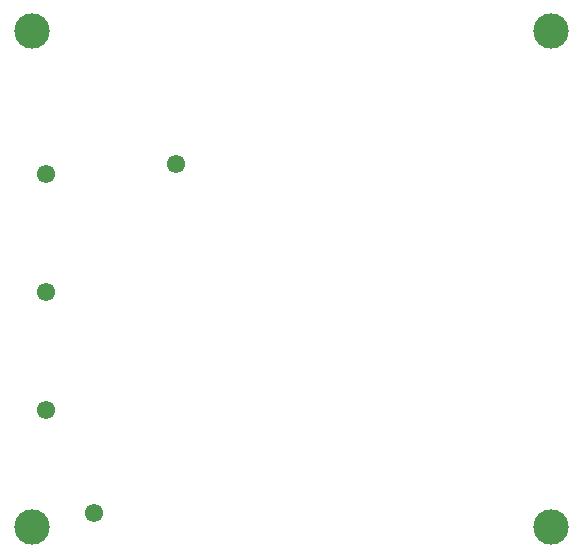
<source format=gbr>
%TF.GenerationSoftware,Altium Limited,Altium Designer,22.10.1 (41)*%
G04 Layer_Color=0*
%FSLAX45Y45*%
%MOMM*%
%TF.SameCoordinates,C31E8A11-22D9-4D9D-ADA1-1B5FF30F4DDA*%
%TF.FilePolarity,Positive*%
%TF.FileFunction,NonPlated,1,4,NPTH,Drill*%
%TF.Part,Single*%
G01*
G75*
%TA.AperFunction,ComponentDrill*%
%ADD103C,1.55000*%
%ADD104C,1.55000*%
%TA.AperFunction,OtherDrill,Pad Free-hole (80mm,29mm)*%
%ADD105C,3.00000*%
%TA.AperFunction,OtherDrill,Pad Free-hole (80mm,71mm)*%
%ADD106C,3.00000*%
%TA.AperFunction,OtherDrill,Pad Free-hole (36mm,29mm)*%
%ADD107C,3.00000*%
%TA.AperFunction,OtherDrill,Pad Free-hole (36mm,71mm)*%
%ADD108C,3.00000*%
D103*
X4826000Y5977000D02*
D03*
X3726002Y5887001D02*
D03*
Y3887000D02*
D03*
Y4886998D02*
D03*
D104*
X4130000Y3022572D02*
D03*
D105*
X7999999Y2899999D02*
D03*
D106*
Y7100001D02*
D03*
D107*
X3599998Y2899999D02*
D03*
D108*
Y7100001D02*
D03*
%TF.MD5,8986934da3f5c03d3c9c98ed54ac08a5*%
M02*

</source>
